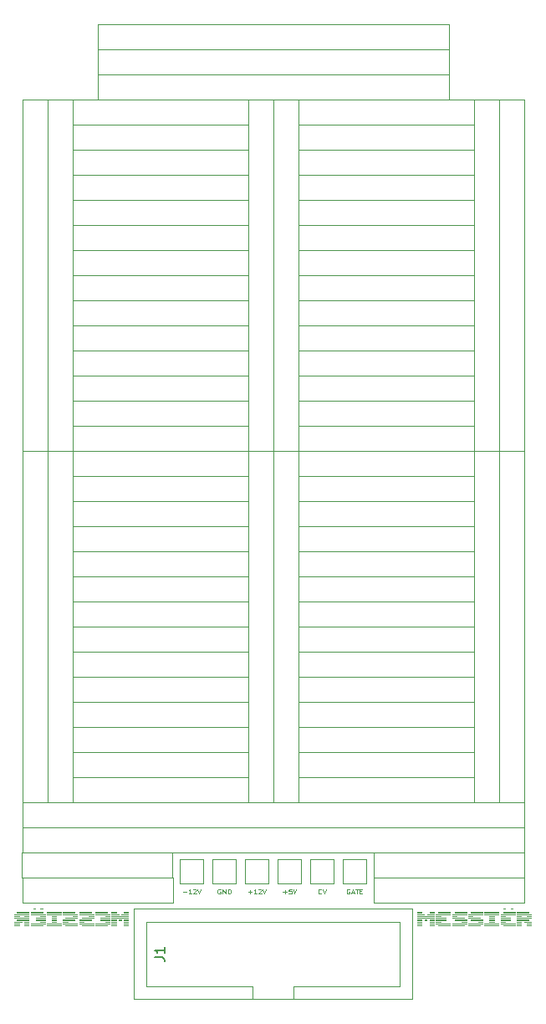
<source format=gbr>
%TF.GenerationSoftware,KiCad,Pcbnew,8.0.3*%
%TF.CreationDate,2024-07-30T20:58:31-04:00*%
%TF.ProjectId,synth-prototyping-pcb,73796e74-682d-4707-926f-746f74797069,1.0.0*%
%TF.SameCoordinates,Original*%
%TF.FileFunction,Legend,Top*%
%TF.FilePolarity,Positive*%
%FSLAX46Y46*%
G04 Gerber Fmt 4.6, Leading zero omitted, Abs format (unit mm)*
G04 Created by KiCad (PCBNEW 8.0.3) date 2024-07-30 20:58:31*
%MOMM*%
%LPD*%
G01*
G04 APERTURE LIST*
%ADD10C,0.100000*%
%ADD11C,0.300000*%
%ADD12C,0.150000*%
%ADD13C,0.120000*%
G04 APERTURE END LIST*
D10*
X109702500Y-52430000D02*
X145262500Y-52430000D01*
X145262500Y-54970000D01*
X109702500Y-54970000D01*
X109702500Y-52430000D01*
X107162500Y-123550000D02*
X124942500Y-123550000D01*
X124942500Y-126090000D01*
X107162500Y-126090000D01*
X107162500Y-123550000D01*
X130022500Y-103230000D02*
X147802500Y-103230000D01*
X147802500Y-105770000D01*
X130022500Y-105770000D01*
X130022500Y-103230000D01*
X130022500Y-80370000D02*
X147802500Y-80370000D01*
X147802500Y-82910000D01*
X130022500Y-82910000D01*
X130022500Y-80370000D01*
X130022500Y-90530000D02*
X147802500Y-90530000D01*
X147802500Y-93070000D01*
X130022500Y-93070000D01*
X130022500Y-90530000D01*
X137642500Y-133710000D02*
X152882500Y-133710000D01*
X152882500Y-136250000D01*
X137642500Y-136250000D01*
X137642500Y-133710000D01*
X130022500Y-126090000D02*
X147802500Y-126090000D01*
X147802500Y-128630000D01*
X130022500Y-128630000D01*
X130022500Y-126090000D01*
X130022500Y-65130000D02*
X147802500Y-65130000D01*
X147802500Y-67670000D01*
X130022500Y-67670000D01*
X130022500Y-65130000D01*
X107162500Y-100690000D02*
X124942500Y-100690000D01*
X124942500Y-103230000D01*
X107162500Y-103230000D01*
X107162500Y-100690000D01*
X102057500Y-133710000D02*
X117297500Y-133710000D01*
X117297500Y-136250000D01*
X102057500Y-136250000D01*
X102057500Y-133710000D01*
X107162500Y-121010000D02*
X124942500Y-121010000D01*
X124942500Y-123550000D01*
X107162500Y-123550000D01*
X107162500Y-121010000D01*
X130022500Y-87990000D02*
X147802500Y-87990000D01*
X147802500Y-90530000D01*
X130022500Y-90530000D01*
X130022500Y-87990000D01*
X107162500Y-87990000D02*
X124942500Y-87990000D01*
X124942500Y-90530000D01*
X107162500Y-90530000D01*
X107162500Y-87990000D01*
X130022500Y-67670000D02*
X147802500Y-67670000D01*
X147802500Y-70210000D01*
X130022500Y-70210000D01*
X130022500Y-67670000D01*
X107162500Y-108310000D02*
X124942500Y-108310000D01*
X124942500Y-110850000D01*
X107162500Y-110850000D01*
X107162500Y-108310000D01*
X102082500Y-57510000D02*
X104622500Y-57510000D01*
X104622500Y-128630000D01*
X102082500Y-128630000D01*
X102082500Y-57510000D01*
X107162500Y-110850000D02*
X124942500Y-110850000D01*
X124942500Y-113390000D01*
X107162500Y-113390000D01*
X107162500Y-110850000D01*
X130022500Y-100690000D02*
X147802500Y-100690000D01*
X147802500Y-103230000D01*
X130022500Y-103230000D01*
X130022500Y-100690000D01*
X130022500Y-82910000D02*
X147802500Y-82910000D01*
X147802500Y-85450000D01*
X130022500Y-85450000D01*
X130022500Y-82910000D01*
X107162500Y-65130000D02*
X124942500Y-65130000D01*
X124942500Y-67670000D01*
X107162500Y-67670000D01*
X107162500Y-65130000D01*
X137642500Y-136250000D02*
X152882500Y-136250000D01*
X152882500Y-138790000D01*
X137642500Y-138790000D01*
X137642500Y-136250000D01*
X107162500Y-93070000D02*
X124942500Y-93070000D01*
X124942500Y-95610000D01*
X107162500Y-95610000D01*
X107162500Y-93070000D01*
X107162500Y-70210000D02*
X124942500Y-70210000D01*
X124942500Y-72750000D01*
X107162500Y-72750000D01*
X107162500Y-70210000D01*
X130022500Y-118470000D02*
X147802500Y-118470000D01*
X147802500Y-121010000D01*
X130022500Y-121010000D01*
X130022500Y-118470000D01*
X107162500Y-60050000D02*
X124942500Y-60050000D01*
X124942500Y-62590000D01*
X107162500Y-62590000D01*
X107162500Y-60050000D01*
X107162500Y-113390000D02*
X124942500Y-113390000D01*
X124942500Y-115930000D01*
X107162500Y-115930000D01*
X107162500Y-113390000D01*
X107162500Y-103230000D02*
X124942500Y-103230000D01*
X124942500Y-105770000D01*
X107162500Y-105770000D01*
X107162500Y-103230000D01*
X130022500Y-108310000D02*
X147802500Y-108310000D01*
X147802500Y-110850000D01*
X130022500Y-110850000D01*
X130022500Y-108310000D01*
X107162500Y-95610000D02*
X124942500Y-95610000D01*
X124942500Y-98150000D01*
X107162500Y-98150000D01*
X107162500Y-95610000D01*
X107162500Y-62590000D02*
X124942500Y-62590000D01*
X124942500Y-65130000D01*
X107162500Y-65130000D01*
X107162500Y-62590000D01*
X102082500Y-93070000D02*
X152882500Y-93070000D01*
X130022500Y-123550000D02*
X147802500Y-123550000D01*
X147802500Y-126090000D01*
X130022500Y-126090000D01*
X130022500Y-123550000D01*
X130022500Y-62590000D02*
X147802500Y-62590000D01*
X147802500Y-65130000D01*
X130022500Y-65130000D01*
X130022500Y-62590000D01*
X109702500Y-54970000D02*
X145262500Y-54970000D01*
X145262500Y-57510000D01*
X109702500Y-57510000D01*
X109702500Y-54970000D01*
X130022500Y-75290000D02*
X147802500Y-75290000D01*
X147802500Y-77830000D01*
X130022500Y-77830000D01*
X130022500Y-75290000D01*
X130022500Y-77830000D02*
X147802500Y-77830000D01*
X147802500Y-80370000D01*
X130022500Y-80370000D01*
X130022500Y-77830000D01*
X102082500Y-128630000D02*
X152882500Y-128630000D01*
X152882500Y-131170000D01*
X102082500Y-131170000D01*
X102082500Y-128630000D01*
X130022500Y-72750000D02*
X147802500Y-72750000D01*
X147802500Y-75290000D01*
X130022500Y-75290000D01*
X130022500Y-72750000D01*
X130022500Y-121010000D02*
X147802500Y-121010000D01*
X147802500Y-123550000D01*
X130022500Y-123550000D01*
X130022500Y-121010000D01*
X130022500Y-70210000D02*
X147802500Y-70210000D01*
X147802500Y-72750000D01*
X130022500Y-72750000D01*
X130022500Y-70210000D01*
X107162500Y-98150000D02*
X124942500Y-98150000D01*
X124942500Y-100690000D01*
X107162500Y-100690000D01*
X107162500Y-98150000D01*
X104622500Y-57510000D02*
X107162500Y-57510000D01*
X107162500Y-128630000D01*
X104622500Y-128630000D01*
X104622500Y-57510000D01*
X130022500Y-60050000D02*
X147802500Y-60050000D01*
X147802500Y-62590000D01*
X130022500Y-62590000D01*
X130022500Y-60050000D01*
X124942500Y-57510000D02*
X127482500Y-57510000D01*
X127482500Y-128630000D01*
X124942500Y-128630000D01*
X124942500Y-57510000D01*
X107162500Y-115930000D02*
X124942500Y-115930000D01*
X124942500Y-118470000D01*
X107162500Y-118470000D01*
X107162500Y-115930000D01*
X102082500Y-131170000D02*
X152882500Y-131170000D01*
X152882500Y-133710000D01*
X102082500Y-133710000D01*
X102082500Y-131170000D01*
X107162500Y-105770000D02*
X124942500Y-105770000D01*
X124942500Y-108310000D01*
X107162500Y-108310000D01*
X107162500Y-105770000D01*
X107162500Y-80370000D02*
X124942500Y-80370000D01*
X124942500Y-82910000D01*
X107162500Y-82910000D01*
X107162500Y-80370000D01*
X130022500Y-115930000D02*
X147802500Y-115930000D01*
X147802500Y-118470000D01*
X130022500Y-118470000D01*
X130022500Y-115930000D01*
X107162500Y-82910000D02*
X124942500Y-82910000D01*
X124942500Y-85450000D01*
X107162500Y-85450000D01*
X107162500Y-82910000D01*
X107162500Y-75290000D02*
X124942500Y-75290000D01*
X124942500Y-77830000D01*
X107162500Y-77830000D01*
X107162500Y-75290000D01*
X130022500Y-105770000D02*
X147802500Y-105770000D01*
X147802500Y-108310000D01*
X130022500Y-108310000D01*
X130022500Y-105770000D01*
X130022500Y-93070000D02*
X147802500Y-93070000D01*
X147802500Y-95610000D01*
X130022500Y-95610000D01*
X130022500Y-93070000D01*
X130022500Y-95610000D02*
X147802500Y-95610000D01*
X147802500Y-98150000D01*
X130022500Y-98150000D01*
X130022500Y-95610000D01*
X150342500Y-57510000D02*
X152882500Y-57510000D01*
X152882500Y-128630000D01*
X150342500Y-128630000D01*
X150342500Y-57510000D01*
X107162500Y-67670000D02*
X124942500Y-67670000D01*
X124942500Y-70210000D01*
X107162500Y-70210000D01*
X107162500Y-67670000D01*
X107162500Y-77830000D02*
X124942500Y-77830000D01*
X124942500Y-80370000D01*
X107162500Y-80370000D01*
X107162500Y-77830000D01*
X147802500Y-57510000D02*
X150342500Y-57510000D01*
X150342500Y-128630000D01*
X147802500Y-128630000D01*
X147802500Y-57510000D01*
X107162500Y-85450000D02*
X124942500Y-85450000D01*
X124942500Y-87990000D01*
X107162500Y-87990000D01*
X107162500Y-85450000D01*
X130022500Y-98150000D02*
X147802500Y-98150000D01*
X147802500Y-100690000D01*
X130022500Y-100690000D01*
X130022500Y-98150000D01*
X109702500Y-49890000D02*
X145262500Y-49890000D01*
X145262500Y-52430000D01*
X109702500Y-52430000D01*
X109702500Y-49890000D01*
X130022500Y-57510000D02*
X147802500Y-57510000D01*
X147802500Y-60050000D01*
X130022500Y-60050000D01*
X130022500Y-57510000D01*
X107162500Y-126090000D02*
X124942500Y-126090000D01*
X124942500Y-128630000D01*
X107162500Y-128630000D01*
X107162500Y-126090000D01*
X107162500Y-118470000D02*
X124942500Y-118470000D01*
X124942500Y-121010000D01*
X107162500Y-121010000D01*
X107162500Y-118470000D01*
X130022500Y-85450000D02*
X147802500Y-85450000D01*
X147802500Y-87990000D01*
X130022500Y-87990000D01*
X130022500Y-85450000D01*
X107162500Y-57510000D02*
X124942500Y-57510000D01*
X124942500Y-60050000D01*
X107162500Y-60050000D01*
X107162500Y-57510000D01*
X127482500Y-57510000D02*
X130022500Y-57510000D01*
X130022500Y-128630000D01*
X127482500Y-128630000D01*
X127482500Y-57510000D01*
X107162500Y-90530000D02*
X124942500Y-90530000D01*
X124942500Y-93070000D01*
X107162500Y-93070000D01*
X107162500Y-90530000D01*
X107162500Y-72750000D02*
X124942500Y-72750000D01*
X124942500Y-75290000D01*
X107162500Y-75290000D01*
X107162500Y-72750000D01*
X130022500Y-110850000D02*
X147802500Y-110850000D01*
X147802500Y-113390000D01*
X130022500Y-113390000D01*
X130022500Y-110850000D01*
X102082500Y-136250000D02*
X117322500Y-136250000D01*
X117322500Y-138790000D01*
X102082500Y-138790000D01*
X102082500Y-136250000D01*
X130022500Y-113390000D02*
X147802500Y-113390000D01*
X147802500Y-115930000D01*
X130022500Y-115930000D01*
X130022500Y-113390000D01*
D11*
G36*
X112912500Y-140422704D02*
G01*
X111130504Y-140422704D01*
X111130504Y-140304002D01*
X112912500Y-140304002D01*
X112912500Y-140422704D01*
G37*
G36*
X112912500Y-140235125D02*
G01*
X111130504Y-140235125D01*
X111130504Y-140116423D01*
X112912500Y-140116423D01*
X112912500Y-140235125D01*
G37*
G36*
X111912081Y-140047547D02*
G01*
X111130504Y-140047547D01*
X111130504Y-139928845D01*
X111912081Y-139928845D01*
X111912081Y-140047547D01*
G37*
G36*
X112912500Y-140047547D02*
G01*
X112130922Y-140047547D01*
X112130922Y-139928845D01*
X112912500Y-139928845D01*
X112912500Y-140047547D01*
G37*
G36*
X112912500Y-141195000D02*
G01*
X112377119Y-141195000D01*
X112377119Y-141076297D01*
X112912500Y-141076297D01*
X112912500Y-141195000D01*
G37*
G36*
X112912500Y-139859968D02*
G01*
X112377119Y-139859968D01*
X112377119Y-139741266D01*
X112912500Y-139741266D01*
X112912500Y-139859968D01*
G37*
G36*
X112912500Y-140632264D02*
G01*
X112377119Y-140632264D01*
X112377119Y-140513562D01*
X112912500Y-140513562D01*
X112912500Y-140632264D01*
G37*
G36*
X111665884Y-139859968D02*
G01*
X111130504Y-139859968D01*
X111130504Y-139741266D01*
X111665884Y-139741266D01*
X111665884Y-139859968D01*
G37*
G36*
X112912500Y-141007421D02*
G01*
X112377119Y-141007421D01*
X112377119Y-140888719D01*
X112912500Y-140888719D01*
X112912500Y-141007421D01*
G37*
G36*
X112912500Y-140819842D02*
G01*
X112377119Y-140819842D01*
X112377119Y-140701140D01*
X112912500Y-140701140D01*
X112912500Y-140819842D01*
G37*
G36*
X111665884Y-141195000D02*
G01*
X111130504Y-141195000D01*
X111130504Y-141076297D01*
X111665884Y-141076297D01*
X111665884Y-141195000D01*
G37*
G36*
X111665884Y-140819842D02*
G01*
X111130504Y-140819842D01*
X111130504Y-140701140D01*
X111665884Y-140701140D01*
X111665884Y-140819842D01*
G37*
G36*
X111665884Y-140632264D02*
G01*
X111130504Y-140632264D01*
X111130504Y-140513562D01*
X111665884Y-140513562D01*
X111665884Y-140632264D01*
G37*
G36*
X111665884Y-141007421D02*
G01*
X111130504Y-141007421D01*
X111130504Y-140888719D01*
X111665884Y-140888719D01*
X111665884Y-141007421D01*
G37*
G36*
X112162185Y-140632264D02*
G01*
X111880818Y-140632264D01*
X111880818Y-140513562D01*
X112162185Y-140513562D01*
X112162185Y-140632264D01*
G37*
G36*
X111023037Y-141007421D02*
G01*
X109491146Y-141007421D01*
X109491146Y-140888719D01*
X111023037Y-140888719D01*
X111023037Y-141007421D01*
G37*
G36*
X111023037Y-140047547D02*
G01*
X109491146Y-140047547D01*
X109491146Y-139928845D01*
X111023037Y-139928845D01*
X111023037Y-140047547D01*
G37*
G36*
X110772932Y-139859968D02*
G01*
X109491146Y-139859968D01*
X109491146Y-139741266D01*
X110772932Y-139741266D01*
X110772932Y-139859968D01*
G37*
G36*
X110772932Y-141195000D02*
G01*
X109491146Y-141195000D01*
X109491146Y-141076297D01*
X110772932Y-141076297D01*
X110772932Y-141195000D01*
G37*
G36*
X111023037Y-140422704D02*
G01*
X109991355Y-140422704D01*
X109991355Y-140304002D01*
X111023037Y-140304002D01*
X111023037Y-140422704D01*
G37*
G36*
X111023037Y-140632264D02*
G01*
X109991355Y-140632264D01*
X109991355Y-140513562D01*
X111023037Y-140513562D01*
X111023037Y-140632264D01*
G37*
G36*
X111023037Y-140235125D02*
G01*
X110487657Y-140235125D01*
X110487657Y-140116423D01*
X111023037Y-140116423D01*
X111023037Y-140235125D01*
G37*
G36*
X111023037Y-140819842D02*
G01*
X110487657Y-140819842D01*
X110487657Y-140701140D01*
X111023037Y-140701140D01*
X111023037Y-140819842D01*
G37*
G36*
X109385633Y-141007421D02*
G01*
X107853742Y-141007421D01*
X107853742Y-140888719D01*
X109385633Y-140888719D01*
X109385633Y-141007421D01*
G37*
G36*
X109385633Y-140047547D02*
G01*
X107853742Y-140047547D01*
X107853742Y-139928845D01*
X109385633Y-139928845D01*
X109385633Y-140047547D01*
G37*
G36*
X109135528Y-140632264D02*
G01*
X107853742Y-140632264D01*
X107853742Y-140513562D01*
X109135528Y-140513562D01*
X109135528Y-140632264D01*
G37*
G36*
X109135528Y-139859968D02*
G01*
X107853742Y-139859968D01*
X107853742Y-139741266D01*
X109135528Y-139741266D01*
X109135528Y-139859968D01*
G37*
G36*
X109385633Y-140422704D02*
G01*
X108103846Y-140422704D01*
X108103846Y-140304002D01*
X109385633Y-140304002D01*
X109385633Y-140422704D01*
G37*
G36*
X109385633Y-141195000D02*
G01*
X108103846Y-141195000D01*
X108103846Y-141076297D01*
X109385633Y-141076297D01*
X109385633Y-141195000D01*
G37*
G36*
X109385633Y-140235125D02*
G01*
X108850252Y-140235125D01*
X108850252Y-140116423D01*
X109385633Y-140116423D01*
X109385633Y-140235125D01*
G37*
G36*
X108389122Y-140819842D02*
G01*
X107853742Y-140819842D01*
X107853742Y-140701140D01*
X108389122Y-140701140D01*
X108389122Y-140819842D01*
G37*
G36*
X107748229Y-141007421D02*
G01*
X106216338Y-141007421D01*
X106216338Y-140888719D01*
X107748229Y-140888719D01*
X107748229Y-141007421D01*
G37*
G36*
X107748229Y-140047547D02*
G01*
X106216338Y-140047547D01*
X106216338Y-139928845D01*
X107748229Y-139928845D01*
X107748229Y-140047547D01*
G37*
G36*
X107498124Y-140632264D02*
G01*
X106216338Y-140632264D01*
X106216338Y-140513562D01*
X107498124Y-140513562D01*
X107498124Y-140632264D01*
G37*
G36*
X107498124Y-139859968D02*
G01*
X106216338Y-139859968D01*
X106216338Y-139741266D01*
X107498124Y-139741266D01*
X107498124Y-139859968D01*
G37*
G36*
X107748229Y-140422704D02*
G01*
X106466442Y-140422704D01*
X106466442Y-140304002D01*
X107748229Y-140304002D01*
X107748229Y-140422704D01*
G37*
G36*
X107748229Y-141195000D02*
G01*
X106466442Y-141195000D01*
X106466442Y-141076297D01*
X107748229Y-141076297D01*
X107748229Y-141195000D01*
G37*
G36*
X107748229Y-140235125D02*
G01*
X107212848Y-140235125D01*
X107212848Y-140116423D01*
X107748229Y-140116423D01*
X107748229Y-140235125D01*
G37*
G36*
X106751718Y-140819842D02*
G01*
X106216338Y-140819842D01*
X106216338Y-140701140D01*
X106751718Y-140701140D01*
X106751718Y-140819842D01*
G37*
G36*
X106110825Y-141195000D02*
G01*
X104578934Y-141195000D01*
X104578934Y-141076297D01*
X106110825Y-141076297D01*
X106110825Y-141195000D01*
G37*
G36*
X106110825Y-141007421D02*
G01*
X104578934Y-141007421D01*
X104578934Y-140888719D01*
X106110825Y-140888719D01*
X106110825Y-141007421D01*
G37*
G36*
X106110825Y-140047547D02*
G01*
X104578934Y-140047547D01*
X104578934Y-139928845D01*
X106110825Y-139928845D01*
X106110825Y-140047547D01*
G37*
G36*
X106110825Y-139859968D02*
G01*
X104578934Y-139859968D01*
X104578934Y-139741266D01*
X106110825Y-139741266D01*
X106110825Y-139859968D01*
G37*
G36*
X105610615Y-140422704D02*
G01*
X105075235Y-140422704D01*
X105075235Y-140304002D01*
X105610615Y-140304002D01*
X105610615Y-140422704D01*
G37*
G36*
X105610615Y-140819842D02*
G01*
X105075235Y-140819842D01*
X105075235Y-140701140D01*
X105610615Y-140701140D01*
X105610615Y-140819842D01*
G37*
G36*
X105610615Y-140632264D02*
G01*
X105075235Y-140632264D01*
X105075235Y-140513562D01*
X105610615Y-140513562D01*
X105610615Y-140632264D01*
G37*
G36*
X105610615Y-140235125D02*
G01*
X105075235Y-140235125D01*
X105075235Y-140116423D01*
X105610615Y-140116423D01*
X105610615Y-140235125D01*
G37*
G36*
X104473421Y-141007421D02*
G01*
X102941530Y-141007421D01*
X102941530Y-140888719D01*
X104473421Y-140888719D01*
X104473421Y-141007421D01*
G37*
G36*
X104473421Y-140047547D02*
G01*
X102941530Y-140047547D01*
X102941530Y-139928845D01*
X104473421Y-139928845D01*
X104473421Y-140047547D01*
G37*
G36*
X104223316Y-139859968D02*
G01*
X102941530Y-139859968D01*
X102941530Y-139741266D01*
X104223316Y-139741266D01*
X104223316Y-139859968D01*
G37*
G36*
X104223316Y-141195000D02*
G01*
X102941530Y-141195000D01*
X102941530Y-141076297D01*
X104223316Y-141076297D01*
X104223316Y-141195000D01*
G37*
G36*
X104473421Y-140632264D02*
G01*
X103441739Y-140632264D01*
X103441739Y-140513562D01*
X104473421Y-140513562D01*
X104473421Y-140632264D01*
G37*
G36*
X104473421Y-140422704D02*
G01*
X103441739Y-140422704D01*
X103441739Y-140304002D01*
X104473421Y-140304002D01*
X104473421Y-140422704D01*
G37*
G36*
X104473421Y-140819842D02*
G01*
X103941948Y-140819842D01*
X103941948Y-140701140D01*
X104473421Y-140701140D01*
X104473421Y-140819842D01*
G37*
G36*
X104473421Y-140235125D02*
G01*
X103941948Y-140235125D01*
X103941948Y-140116423D01*
X104473421Y-140116423D01*
X104473421Y-140235125D01*
G37*
G36*
X103473002Y-139483346D02*
G01*
X103191634Y-139483346D01*
X103191634Y-139364644D01*
X103473002Y-139364644D01*
X103473002Y-139483346D01*
G37*
G36*
X104223316Y-139483346D02*
G01*
X103941948Y-139483346D01*
X103941948Y-139364644D01*
X104223316Y-139364644D01*
X104223316Y-139483346D01*
G37*
G36*
X102836017Y-140422704D02*
G01*
X101304125Y-140422704D01*
X101304125Y-140304002D01*
X102836017Y-140304002D01*
X102836017Y-140422704D01*
G37*
G36*
X102836017Y-140047547D02*
G01*
X101304125Y-140047547D01*
X101304125Y-139928845D01*
X102836017Y-139928845D01*
X102836017Y-140047547D01*
G37*
G36*
X102836017Y-139859968D02*
G01*
X101554230Y-139859968D01*
X101554230Y-139741266D01*
X102836017Y-139741266D01*
X102836017Y-139859968D01*
G37*
G36*
X102836017Y-140632264D02*
G01*
X101554230Y-140632264D01*
X101554230Y-140513562D01*
X102836017Y-140513562D01*
X102836017Y-140632264D01*
G37*
G36*
X102085703Y-140819842D02*
G01*
X101304125Y-140819842D01*
X101304125Y-140701140D01*
X102085703Y-140701140D01*
X102085703Y-140819842D01*
G37*
G36*
X101839506Y-140235125D02*
G01*
X101304125Y-140235125D01*
X101304125Y-140116423D01*
X101839506Y-140116423D01*
X101839506Y-140235125D01*
G37*
G36*
X102836017Y-141195000D02*
G01*
X102300636Y-141195000D01*
X102300636Y-141076297D01*
X102836017Y-141076297D01*
X102836017Y-141195000D01*
G37*
G36*
X101839506Y-141007421D02*
G01*
X101304125Y-141007421D01*
X101304125Y-140888719D01*
X101839506Y-140888719D01*
X101839506Y-141007421D01*
G37*
G36*
X102836017Y-140235125D02*
G01*
X102300636Y-140235125D01*
X102300636Y-140116423D01*
X102836017Y-140116423D01*
X102836017Y-140235125D01*
G37*
G36*
X102836017Y-140819842D02*
G01*
X102300636Y-140819842D01*
X102300636Y-140701140D01*
X102836017Y-140701140D01*
X102836017Y-140819842D01*
G37*
G36*
X101839506Y-141195000D02*
G01*
X101304125Y-141195000D01*
X101304125Y-141076297D01*
X101839506Y-141076297D01*
X101839506Y-141195000D01*
G37*
G36*
X102836017Y-141007421D02*
G01*
X102300636Y-141007421D01*
X102300636Y-140888719D01*
X102836017Y-140888719D01*
X102836017Y-141007421D01*
G37*
G36*
X142087500Y-140422704D02*
G01*
X143869495Y-140422704D01*
X143869495Y-140304002D01*
X142087500Y-140304002D01*
X142087500Y-140422704D01*
G37*
G36*
X142087500Y-140235125D02*
G01*
X143869495Y-140235125D01*
X143869495Y-140116423D01*
X142087500Y-140116423D01*
X142087500Y-140235125D01*
G37*
G36*
X143087918Y-140047547D02*
G01*
X143869495Y-140047547D01*
X143869495Y-139928845D01*
X143087918Y-139928845D01*
X143087918Y-140047547D01*
G37*
G36*
X142087500Y-140047547D02*
G01*
X142869077Y-140047547D01*
X142869077Y-139928845D01*
X142087500Y-139928845D01*
X142087500Y-140047547D01*
G37*
G36*
X142087500Y-141195000D02*
G01*
X142622880Y-141195000D01*
X142622880Y-141076297D01*
X142087500Y-141076297D01*
X142087500Y-141195000D01*
G37*
G36*
X142087500Y-139859968D02*
G01*
X142622880Y-139859968D01*
X142622880Y-139741266D01*
X142087500Y-139741266D01*
X142087500Y-139859968D01*
G37*
G36*
X142087500Y-140632264D02*
G01*
X142622880Y-140632264D01*
X142622880Y-140513562D01*
X142087500Y-140513562D01*
X142087500Y-140632264D01*
G37*
G36*
X143334115Y-139859968D02*
G01*
X143869495Y-139859968D01*
X143869495Y-139741266D01*
X143334115Y-139741266D01*
X143334115Y-139859968D01*
G37*
G36*
X142087500Y-141007421D02*
G01*
X142622880Y-141007421D01*
X142622880Y-140888719D01*
X142087500Y-140888719D01*
X142087500Y-141007421D01*
G37*
G36*
X142087500Y-140819842D02*
G01*
X142622880Y-140819842D01*
X142622880Y-140701140D01*
X142087500Y-140701140D01*
X142087500Y-140819842D01*
G37*
G36*
X143334115Y-141195000D02*
G01*
X143869495Y-141195000D01*
X143869495Y-141076297D01*
X143334115Y-141076297D01*
X143334115Y-141195000D01*
G37*
G36*
X143334115Y-140819842D02*
G01*
X143869495Y-140819842D01*
X143869495Y-140701140D01*
X143334115Y-140701140D01*
X143334115Y-140819842D01*
G37*
G36*
X143334115Y-140632264D02*
G01*
X143869495Y-140632264D01*
X143869495Y-140513562D01*
X143334115Y-140513562D01*
X143334115Y-140632264D01*
G37*
G36*
X143334115Y-141007421D02*
G01*
X143869495Y-141007421D01*
X143869495Y-140888719D01*
X143334115Y-140888719D01*
X143334115Y-141007421D01*
G37*
G36*
X142837814Y-140632264D02*
G01*
X143119181Y-140632264D01*
X143119181Y-140513562D01*
X142837814Y-140513562D01*
X142837814Y-140632264D01*
G37*
G36*
X143976962Y-141007421D02*
G01*
X145508853Y-141007421D01*
X145508853Y-140888719D01*
X143976962Y-140888719D01*
X143976962Y-141007421D01*
G37*
G36*
X143976962Y-140047547D02*
G01*
X145508853Y-140047547D01*
X145508853Y-139928845D01*
X143976962Y-139928845D01*
X143976962Y-140047547D01*
G37*
G36*
X144227067Y-139859968D02*
G01*
X145508853Y-139859968D01*
X145508853Y-139741266D01*
X144227067Y-139741266D01*
X144227067Y-139859968D01*
G37*
G36*
X144227067Y-141195000D02*
G01*
X145508853Y-141195000D01*
X145508853Y-141076297D01*
X144227067Y-141076297D01*
X144227067Y-141195000D01*
G37*
G36*
X143976962Y-140422704D02*
G01*
X145008644Y-140422704D01*
X145008644Y-140304002D01*
X143976962Y-140304002D01*
X143976962Y-140422704D01*
G37*
G36*
X143976962Y-140632264D02*
G01*
X145008644Y-140632264D01*
X145008644Y-140513562D01*
X143976962Y-140513562D01*
X143976962Y-140632264D01*
G37*
G36*
X143976962Y-140235125D02*
G01*
X144512342Y-140235125D01*
X144512342Y-140116423D01*
X143976962Y-140116423D01*
X143976962Y-140235125D01*
G37*
G36*
X143976962Y-140819842D02*
G01*
X144512342Y-140819842D01*
X144512342Y-140701140D01*
X143976962Y-140701140D01*
X143976962Y-140819842D01*
G37*
G36*
X145614366Y-141007421D02*
G01*
X147146257Y-141007421D01*
X147146257Y-140888719D01*
X145614366Y-140888719D01*
X145614366Y-141007421D01*
G37*
G36*
X145614366Y-140047547D02*
G01*
X147146257Y-140047547D01*
X147146257Y-139928845D01*
X145614366Y-139928845D01*
X145614366Y-140047547D01*
G37*
G36*
X145864471Y-140632264D02*
G01*
X147146257Y-140632264D01*
X147146257Y-140513562D01*
X145864471Y-140513562D01*
X145864471Y-140632264D01*
G37*
G36*
X145864471Y-139859968D02*
G01*
X147146257Y-139859968D01*
X147146257Y-139741266D01*
X145864471Y-139741266D01*
X145864471Y-139859968D01*
G37*
G36*
X145614366Y-140422704D02*
G01*
X146896153Y-140422704D01*
X146896153Y-140304002D01*
X145614366Y-140304002D01*
X145614366Y-140422704D01*
G37*
G36*
X145614366Y-141195000D02*
G01*
X146896153Y-141195000D01*
X146896153Y-141076297D01*
X145614366Y-141076297D01*
X145614366Y-141195000D01*
G37*
G36*
X145614366Y-140235125D02*
G01*
X146149747Y-140235125D01*
X146149747Y-140116423D01*
X145614366Y-140116423D01*
X145614366Y-140235125D01*
G37*
G36*
X146610877Y-140819842D02*
G01*
X147146257Y-140819842D01*
X147146257Y-140701140D01*
X146610877Y-140701140D01*
X146610877Y-140819842D01*
G37*
G36*
X147251770Y-141007421D02*
G01*
X148783661Y-141007421D01*
X148783661Y-140888719D01*
X147251770Y-140888719D01*
X147251770Y-141007421D01*
G37*
G36*
X147251770Y-140047547D02*
G01*
X148783661Y-140047547D01*
X148783661Y-139928845D01*
X147251770Y-139928845D01*
X147251770Y-140047547D01*
G37*
G36*
X147501875Y-140632264D02*
G01*
X148783661Y-140632264D01*
X148783661Y-140513562D01*
X147501875Y-140513562D01*
X147501875Y-140632264D01*
G37*
G36*
X147501875Y-139859968D02*
G01*
X148783661Y-139859968D01*
X148783661Y-139741266D01*
X147501875Y-139741266D01*
X147501875Y-139859968D01*
G37*
G36*
X147251770Y-140422704D02*
G01*
X148533557Y-140422704D01*
X148533557Y-140304002D01*
X147251770Y-140304002D01*
X147251770Y-140422704D01*
G37*
G36*
X147251770Y-141195000D02*
G01*
X148533557Y-141195000D01*
X148533557Y-141076297D01*
X147251770Y-141076297D01*
X147251770Y-141195000D01*
G37*
G36*
X147251770Y-140235125D02*
G01*
X147787151Y-140235125D01*
X147787151Y-140116423D01*
X147251770Y-140116423D01*
X147251770Y-140235125D01*
G37*
G36*
X148248281Y-140819842D02*
G01*
X148783661Y-140819842D01*
X148783661Y-140701140D01*
X148248281Y-140701140D01*
X148248281Y-140819842D01*
G37*
G36*
X148889174Y-141195000D02*
G01*
X150421065Y-141195000D01*
X150421065Y-141076297D01*
X148889174Y-141076297D01*
X148889174Y-141195000D01*
G37*
G36*
X148889174Y-141007421D02*
G01*
X150421065Y-141007421D01*
X150421065Y-140888719D01*
X148889174Y-140888719D01*
X148889174Y-141007421D01*
G37*
G36*
X148889174Y-140047547D02*
G01*
X150421065Y-140047547D01*
X150421065Y-139928845D01*
X148889174Y-139928845D01*
X148889174Y-140047547D01*
G37*
G36*
X148889174Y-139859968D02*
G01*
X150421065Y-139859968D01*
X150421065Y-139741266D01*
X148889174Y-139741266D01*
X148889174Y-139859968D01*
G37*
G36*
X149389384Y-140422704D02*
G01*
X149924764Y-140422704D01*
X149924764Y-140304002D01*
X149389384Y-140304002D01*
X149389384Y-140422704D01*
G37*
G36*
X149389384Y-140819842D02*
G01*
X149924764Y-140819842D01*
X149924764Y-140701140D01*
X149389384Y-140701140D01*
X149389384Y-140819842D01*
G37*
G36*
X149389384Y-140632264D02*
G01*
X149924764Y-140632264D01*
X149924764Y-140513562D01*
X149389384Y-140513562D01*
X149389384Y-140632264D01*
G37*
G36*
X149389384Y-140235125D02*
G01*
X149924764Y-140235125D01*
X149924764Y-140116423D01*
X149389384Y-140116423D01*
X149389384Y-140235125D01*
G37*
G36*
X150526578Y-141007421D02*
G01*
X152058469Y-141007421D01*
X152058469Y-140888719D01*
X150526578Y-140888719D01*
X150526578Y-141007421D01*
G37*
G36*
X150526578Y-140047547D02*
G01*
X152058469Y-140047547D01*
X152058469Y-139928845D01*
X150526578Y-139928845D01*
X150526578Y-140047547D01*
G37*
G36*
X150776683Y-139859968D02*
G01*
X152058469Y-139859968D01*
X152058469Y-139741266D01*
X150776683Y-139741266D01*
X150776683Y-139859968D01*
G37*
G36*
X150776683Y-141195000D02*
G01*
X152058469Y-141195000D01*
X152058469Y-141076297D01*
X150776683Y-141076297D01*
X150776683Y-141195000D01*
G37*
G36*
X150526578Y-140632264D02*
G01*
X151558260Y-140632264D01*
X151558260Y-140513562D01*
X150526578Y-140513562D01*
X150526578Y-140632264D01*
G37*
G36*
X150526578Y-140422704D02*
G01*
X151558260Y-140422704D01*
X151558260Y-140304002D01*
X150526578Y-140304002D01*
X150526578Y-140422704D01*
G37*
G36*
X150526578Y-140819842D02*
G01*
X151058051Y-140819842D01*
X151058051Y-140701140D01*
X150526578Y-140701140D01*
X150526578Y-140819842D01*
G37*
G36*
X150526578Y-140235125D02*
G01*
X151058051Y-140235125D01*
X151058051Y-140116423D01*
X150526578Y-140116423D01*
X150526578Y-140235125D01*
G37*
G36*
X151526997Y-139483346D02*
G01*
X151808365Y-139483346D01*
X151808365Y-139364644D01*
X151526997Y-139364644D01*
X151526997Y-139483346D01*
G37*
G36*
X150776683Y-139483346D02*
G01*
X151058051Y-139483346D01*
X151058051Y-139364644D01*
X150776683Y-139364644D01*
X150776683Y-139483346D01*
G37*
G36*
X152163982Y-140422704D02*
G01*
X153695874Y-140422704D01*
X153695874Y-140304002D01*
X152163982Y-140304002D01*
X152163982Y-140422704D01*
G37*
G36*
X152163982Y-140047547D02*
G01*
X153695874Y-140047547D01*
X153695874Y-139928845D01*
X152163982Y-139928845D01*
X152163982Y-140047547D01*
G37*
G36*
X152163982Y-139859968D02*
G01*
X153445769Y-139859968D01*
X153445769Y-139741266D01*
X152163982Y-139741266D01*
X152163982Y-139859968D01*
G37*
G36*
X152163982Y-140632264D02*
G01*
X153445769Y-140632264D01*
X153445769Y-140513562D01*
X152163982Y-140513562D01*
X152163982Y-140632264D01*
G37*
G36*
X152914296Y-140819842D02*
G01*
X153695874Y-140819842D01*
X153695874Y-140701140D01*
X152914296Y-140701140D01*
X152914296Y-140819842D01*
G37*
G36*
X153160493Y-140235125D02*
G01*
X153695874Y-140235125D01*
X153695874Y-140116423D01*
X153160493Y-140116423D01*
X153160493Y-140235125D01*
G37*
G36*
X152163982Y-141195000D02*
G01*
X152699363Y-141195000D01*
X152699363Y-141076297D01*
X152163982Y-141076297D01*
X152163982Y-141195000D01*
G37*
G36*
X153160493Y-141007421D02*
G01*
X153695874Y-141007421D01*
X153695874Y-140888719D01*
X153160493Y-140888719D01*
X153160493Y-141007421D01*
G37*
G36*
X152163982Y-140235125D02*
G01*
X152699363Y-140235125D01*
X152699363Y-140116423D01*
X152163982Y-140116423D01*
X152163982Y-140235125D01*
G37*
G36*
X152163982Y-140819842D02*
G01*
X152699363Y-140819842D01*
X152699363Y-140701140D01*
X152163982Y-140701140D01*
X152163982Y-140819842D01*
G37*
G36*
X153160493Y-141195000D02*
G01*
X153695874Y-141195000D01*
X153695874Y-141076297D01*
X153160493Y-141076297D01*
X153160493Y-141195000D01*
G37*
G36*
X152163982Y-141007421D02*
G01*
X152699363Y-141007421D01*
X152699363Y-140888719D01*
X152163982Y-140888719D01*
X152163982Y-141007421D01*
G37*
D10*
X132375976Y-137843490D02*
X132352167Y-137867300D01*
X132352167Y-137867300D02*
X132280738Y-137891109D01*
X132280738Y-137891109D02*
X132233119Y-137891109D01*
X132233119Y-137891109D02*
X132161691Y-137867300D01*
X132161691Y-137867300D02*
X132114072Y-137819680D01*
X132114072Y-137819680D02*
X132090262Y-137772061D01*
X132090262Y-137772061D02*
X132066453Y-137676823D01*
X132066453Y-137676823D02*
X132066453Y-137605395D01*
X132066453Y-137605395D02*
X132090262Y-137510157D01*
X132090262Y-137510157D02*
X132114072Y-137462538D01*
X132114072Y-137462538D02*
X132161691Y-137414919D01*
X132161691Y-137414919D02*
X132233119Y-137391109D01*
X132233119Y-137391109D02*
X132280738Y-137391109D01*
X132280738Y-137391109D02*
X132352167Y-137414919D01*
X132352167Y-137414919D02*
X132375976Y-137438728D01*
X132518834Y-137391109D02*
X132685500Y-137891109D01*
X132685500Y-137891109D02*
X132852167Y-137391109D01*
X124950548Y-137700633D02*
X125331501Y-137700633D01*
X125141024Y-137891109D02*
X125141024Y-137510157D01*
X125831501Y-137891109D02*
X125545787Y-137891109D01*
X125688644Y-137891109D02*
X125688644Y-137391109D01*
X125688644Y-137391109D02*
X125641025Y-137462538D01*
X125641025Y-137462538D02*
X125593406Y-137510157D01*
X125593406Y-137510157D02*
X125545787Y-137533966D01*
X126021977Y-137438728D02*
X126045786Y-137414919D01*
X126045786Y-137414919D02*
X126093405Y-137391109D01*
X126093405Y-137391109D02*
X126212453Y-137391109D01*
X126212453Y-137391109D02*
X126260072Y-137414919D01*
X126260072Y-137414919D02*
X126283881Y-137438728D01*
X126283881Y-137438728D02*
X126307691Y-137486347D01*
X126307691Y-137486347D02*
X126307691Y-137533966D01*
X126307691Y-137533966D02*
X126283881Y-137605395D01*
X126283881Y-137605395D02*
X125998167Y-137891109D01*
X125998167Y-137891109D02*
X126307691Y-137891109D01*
X126450548Y-137391109D02*
X126617214Y-137891109D01*
X126617214Y-137891109D02*
X126783881Y-137391109D01*
D12*
X115507319Y-144303333D02*
X116221604Y-144303333D01*
X116221604Y-144303333D02*
X116364461Y-144350952D01*
X116364461Y-144350952D02*
X116459700Y-144446190D01*
X116459700Y-144446190D02*
X116507319Y-144589047D01*
X116507319Y-144589047D02*
X116507319Y-144684285D01*
X116507319Y-143303333D02*
X116507319Y-143874761D01*
X116507319Y-143589047D02*
X115507319Y-143589047D01*
X115507319Y-143589047D02*
X115650176Y-143684285D01*
X115650176Y-143684285D02*
X115745414Y-143779523D01*
X115745414Y-143779523D02*
X115793033Y-143874761D01*
D10*
X122148547Y-137414919D02*
X122100928Y-137391109D01*
X122100928Y-137391109D02*
X122029499Y-137391109D01*
X122029499Y-137391109D02*
X121958071Y-137414919D01*
X121958071Y-137414919D02*
X121910452Y-137462538D01*
X121910452Y-137462538D02*
X121886642Y-137510157D01*
X121886642Y-137510157D02*
X121862833Y-137605395D01*
X121862833Y-137605395D02*
X121862833Y-137676823D01*
X121862833Y-137676823D02*
X121886642Y-137772061D01*
X121886642Y-137772061D02*
X121910452Y-137819680D01*
X121910452Y-137819680D02*
X121958071Y-137867300D01*
X121958071Y-137867300D02*
X122029499Y-137891109D01*
X122029499Y-137891109D02*
X122077118Y-137891109D01*
X122077118Y-137891109D02*
X122148547Y-137867300D01*
X122148547Y-137867300D02*
X122172356Y-137843490D01*
X122172356Y-137843490D02*
X122172356Y-137676823D01*
X122172356Y-137676823D02*
X122077118Y-137676823D01*
X122386642Y-137891109D02*
X122386642Y-137391109D01*
X122386642Y-137391109D02*
X122672356Y-137891109D01*
X122672356Y-137891109D02*
X122672356Y-137391109D01*
X122910452Y-137891109D02*
X122910452Y-137391109D01*
X122910452Y-137391109D02*
X123029500Y-137391109D01*
X123029500Y-137391109D02*
X123100928Y-137414919D01*
X123100928Y-137414919D02*
X123148547Y-137462538D01*
X123148547Y-137462538D02*
X123172357Y-137510157D01*
X123172357Y-137510157D02*
X123196166Y-137605395D01*
X123196166Y-137605395D02*
X123196166Y-137676823D01*
X123196166Y-137676823D02*
X123172357Y-137772061D01*
X123172357Y-137772061D02*
X123148547Y-137819680D01*
X123148547Y-137819680D02*
X123100928Y-137867300D01*
X123100928Y-137867300D02*
X123029500Y-137891109D01*
X123029500Y-137891109D02*
X122910452Y-137891109D01*
X128490643Y-137700633D02*
X128871596Y-137700633D01*
X128681119Y-137891109D02*
X128681119Y-137510157D01*
X129347786Y-137391109D02*
X129109691Y-137391109D01*
X129109691Y-137391109D02*
X129085882Y-137629204D01*
X129085882Y-137629204D02*
X129109691Y-137605395D01*
X129109691Y-137605395D02*
X129157310Y-137581585D01*
X129157310Y-137581585D02*
X129276358Y-137581585D01*
X129276358Y-137581585D02*
X129323977Y-137605395D01*
X129323977Y-137605395D02*
X129347786Y-137629204D01*
X129347786Y-137629204D02*
X129371596Y-137676823D01*
X129371596Y-137676823D02*
X129371596Y-137795871D01*
X129371596Y-137795871D02*
X129347786Y-137843490D01*
X129347786Y-137843490D02*
X129323977Y-137867300D01*
X129323977Y-137867300D02*
X129276358Y-137891109D01*
X129276358Y-137891109D02*
X129157310Y-137891109D01*
X129157310Y-137891109D02*
X129109691Y-137867300D01*
X129109691Y-137867300D02*
X129085882Y-137843490D01*
X129514453Y-137391109D02*
X129681119Y-137891109D01*
X129681119Y-137891109D02*
X129847786Y-137391109D01*
X118346548Y-137700633D02*
X118727501Y-137700633D01*
X119227501Y-137891109D02*
X118941787Y-137891109D01*
X119084644Y-137891109D02*
X119084644Y-137391109D01*
X119084644Y-137391109D02*
X119037025Y-137462538D01*
X119037025Y-137462538D02*
X118989406Y-137510157D01*
X118989406Y-137510157D02*
X118941787Y-137533966D01*
X119417977Y-137438728D02*
X119441786Y-137414919D01*
X119441786Y-137414919D02*
X119489405Y-137391109D01*
X119489405Y-137391109D02*
X119608453Y-137391109D01*
X119608453Y-137391109D02*
X119656072Y-137414919D01*
X119656072Y-137414919D02*
X119679881Y-137438728D01*
X119679881Y-137438728D02*
X119703691Y-137486347D01*
X119703691Y-137486347D02*
X119703691Y-137533966D01*
X119703691Y-137533966D02*
X119679881Y-137605395D01*
X119679881Y-137605395D02*
X119394167Y-137891109D01*
X119394167Y-137891109D02*
X119703691Y-137891109D01*
X119846548Y-137391109D02*
X120013214Y-137891109D01*
X120013214Y-137891109D02*
X120179881Y-137391109D01*
X135237500Y-137414919D02*
X135189881Y-137391109D01*
X135189881Y-137391109D02*
X135118452Y-137391109D01*
X135118452Y-137391109D02*
X135047024Y-137414919D01*
X135047024Y-137414919D02*
X134999405Y-137462538D01*
X134999405Y-137462538D02*
X134975595Y-137510157D01*
X134975595Y-137510157D02*
X134951786Y-137605395D01*
X134951786Y-137605395D02*
X134951786Y-137676823D01*
X134951786Y-137676823D02*
X134975595Y-137772061D01*
X134975595Y-137772061D02*
X134999405Y-137819680D01*
X134999405Y-137819680D02*
X135047024Y-137867300D01*
X135047024Y-137867300D02*
X135118452Y-137891109D01*
X135118452Y-137891109D02*
X135166071Y-137891109D01*
X135166071Y-137891109D02*
X135237500Y-137867300D01*
X135237500Y-137867300D02*
X135261309Y-137843490D01*
X135261309Y-137843490D02*
X135261309Y-137676823D01*
X135261309Y-137676823D02*
X135166071Y-137676823D01*
X135451786Y-137748252D02*
X135689881Y-137748252D01*
X135404167Y-137891109D02*
X135570833Y-137391109D01*
X135570833Y-137391109D02*
X135737500Y-137891109D01*
X135832738Y-137391109D02*
X136118452Y-137391109D01*
X135975595Y-137891109D02*
X135975595Y-137391109D01*
X136285118Y-137629204D02*
X136451785Y-137629204D01*
X136523213Y-137891109D02*
X136285118Y-137891109D01*
X136285118Y-137891109D02*
X136285118Y-137391109D01*
X136285118Y-137391109D02*
X136523213Y-137391109D01*
D13*
%TO.C,TP5*%
X131235500Y-134415000D02*
X133635500Y-134415000D01*
X131235500Y-136815000D02*
X131235500Y-134415000D01*
X133635500Y-134415000D02*
X133635500Y-136815000D01*
X133635500Y-136815000D02*
X131235500Y-136815000D01*
%TO.C,TP3*%
X124631500Y-134415000D02*
X127031500Y-134415000D01*
X124631500Y-136815000D02*
X124631500Y-134415000D01*
X127031500Y-134415000D02*
X127031500Y-136815000D01*
X127031500Y-136815000D02*
X124631500Y-136815000D01*
%TO.C,J1*%
X113382500Y-139410000D02*
X141582500Y-139410000D01*
X113382500Y-148530000D02*
X113382500Y-139410000D01*
X114682500Y-140720000D02*
X140282500Y-140720000D01*
X114682500Y-147220000D02*
X114682500Y-140720000D01*
X125432500Y-147220000D02*
X114682500Y-147220000D01*
X125432500Y-148530000D02*
X125432500Y-147220000D01*
X129532500Y-147220000D02*
X129532500Y-147220000D01*
X129532500Y-147220000D02*
X129532500Y-148530000D01*
X140282500Y-140720000D02*
X140282500Y-147220000D01*
X140282500Y-147220000D02*
X129532500Y-147220000D01*
X141582500Y-139410000D02*
X141582500Y-148530000D01*
X141582500Y-148530000D02*
X113382500Y-148530000D01*
%TO.C,TP2*%
X121329500Y-134415000D02*
X123729500Y-134415000D01*
X121329500Y-136815000D02*
X121329500Y-134415000D01*
X123729500Y-134415000D02*
X123729500Y-136815000D01*
X123729500Y-136815000D02*
X121329500Y-136815000D01*
%TO.C,TP1*%
X127933500Y-134415000D02*
X130333500Y-134415000D01*
X127933500Y-136815000D02*
X127933500Y-134415000D01*
X130333500Y-134415000D02*
X130333500Y-136815000D01*
X130333500Y-136815000D02*
X127933500Y-136815000D01*
%TO.C,TP4*%
X118027500Y-134415000D02*
X120427500Y-134415000D01*
X118027500Y-136815000D02*
X118027500Y-134415000D01*
X120427500Y-134415000D02*
X120427500Y-136815000D01*
X120427500Y-136815000D02*
X118027500Y-136815000D01*
%TO.C,TP6*%
X134537500Y-134415000D02*
X136937500Y-134415000D01*
X134537500Y-136815000D02*
X134537500Y-134415000D01*
X136937500Y-134415000D02*
X136937500Y-136815000D01*
X136937500Y-136815000D02*
X134537500Y-136815000D01*
%TD*%
M02*

</source>
